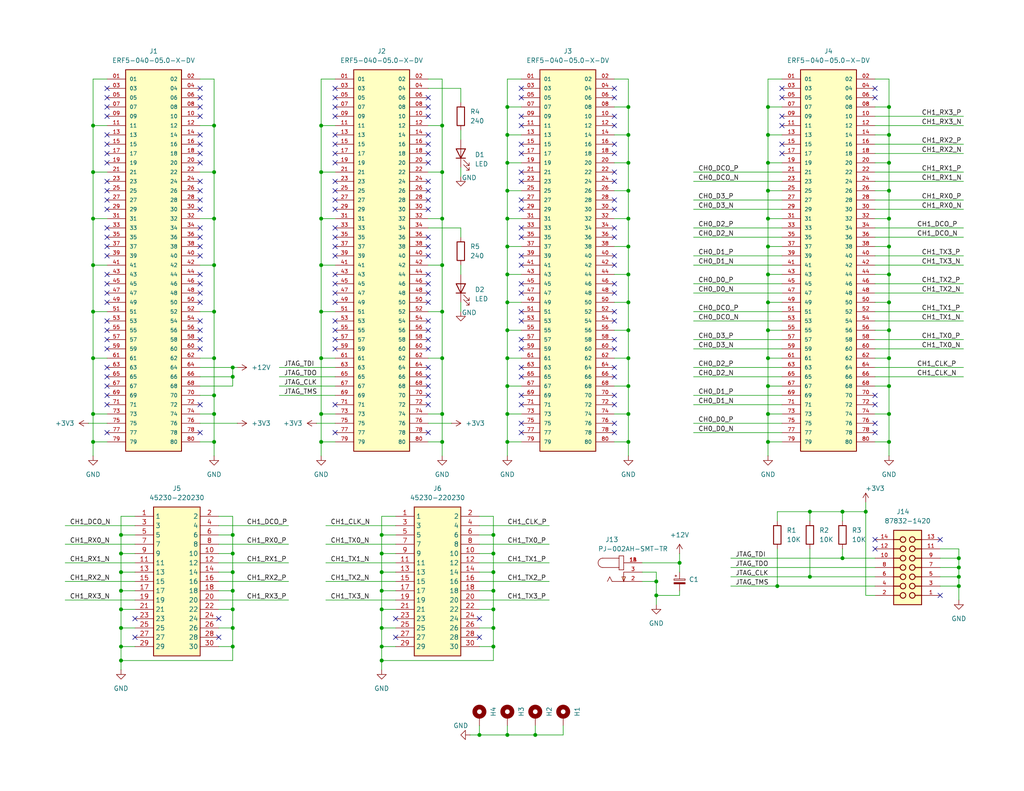
<source format=kicad_sch>
(kicad_sch (version 20231120) (generator "eeschema") (generator_version "8.0")
  (paper "A")
  (title_block (title "Custom Carrier") (date "2024-03-15") (rev "A-1"))
  (junction (at 58.42 113.03))
  (junction (at 58.42 59.69))
  (junction (at 120.65 97.79))
  (junction (at 138.43 67.31))
  (junction (at 104.14 161.29))
  (junction (at 120.65 72.39))
  (junction (at 120.65 113.03))
  (junction (at 25.4 46.99))
  (junction (at 104.14 171.45))
  (junction (at 33.02 146.05))
  (junction (at 104.14 166.37))
  (junction (at 58.42 85.09))
  (junction (at 220.98 157.48))
  (junction (at 33.02 180.34))
  (junction (at 209.55 67.31))
  (junction (at 242.57 97.79))
  (junction (at 58.42 72.39))
  (junction (at 242.57 52.07))
  (junction (at 171.45 90.17))
  (junction (at 25.4 97.79))
  (junction (at 25.4 120.65))
  (junction (at 58.42 46.99))
  (junction (at 242.57 74.93))
  (junction (at 171.45 59.69))
  (junction (at 87.63 113.03))
  (junction (at 242.57 44.45))
  (junction (at 171.45 29.21))
  (junction (at 134.62 166.37))
  (junction (at 212.09 160.02))
  (junction (at 58.42 34.29))
  (junction (at 261.62 152.4))
  (junction (at 120.65 59.69))
  (junction (at 63.5 156.21))
  (junction (at 138.43 82.55))
  (junction (at 87.63 46.99))
  (junction (at 104.14 176.53))
  (junction (at 209.55 52.07))
  (junction (at 63.5 171.45))
  (junction (at 242.57 82.55))
  (junction (at 209.55 120.65))
  (junction (at 242.57 36.83))
  (junction (at 33.02 156.21))
  (junction (at 261.62 154.94))
  (junction (at 63.5 161.29))
  (junction (at 171.45 82.55))
  (junction (at 209.55 59.69))
  (junction (at 33.02 151.13))
  (junction (at 120.65 46.99))
  (junction (at 171.45 67.31))
  (junction (at 58.42 97.79))
  (junction (at 25.4 85.09))
  (junction (at 130.81 200.66))
  (junction (at 171.45 74.93))
  (junction (at 171.45 105.41))
  (junction (at 104.14 180.34))
  (junction (at 261.62 157.48))
  (junction (at 120.65 85.09))
  (junction (at 229.87 152.4))
  (junction (at 33.02 171.45))
  (junction (at 87.63 34.29))
  (junction (at 33.02 161.29))
  (junction (at 171.45 44.45))
  (junction (at 63.5 146.05))
  (junction (at 242.57 67.31))
  (junction (at 171.45 52.07))
  (junction (at 104.14 156.21))
  (junction (at 25.4 72.39))
  (junction (at 209.55 36.83))
  (junction (at 63.5 102.87))
  (junction (at 242.57 120.65))
  (junction (at 63.5 166.37))
  (junction (at 138.43 29.21))
  (junction (at 138.43 97.79))
  (junction (at 138.43 105.41))
  (junction (at 104.14 151.13))
  (junction (at 242.57 59.69))
  (junction (at 261.62 160.02))
  (junction (at 209.55 44.45))
  (junction (at 25.4 34.29))
  (junction (at 138.43 90.17))
  (junction (at 209.55 82.55))
  (junction (at 63.5 100.33))
  (junction (at 209.55 113.03))
  (junction (at 146.05 200.66))
  (junction (at 104.14 146.05))
  (junction (at 25.4 59.69))
  (junction (at 134.62 146.05))
  (junction (at 171.45 36.83))
  (junction (at 179.07 158.75))
  (junction (at 120.65 34.29))
  (junction (at 171.45 120.65))
  (junction (at 63.5 176.53))
  (junction (at 138.43 44.45))
  (junction (at 138.43 74.93))
  (junction (at 25.4 113.03))
  (junction (at 209.55 105.41))
  (junction (at 134.62 176.53))
  (junction (at 33.02 166.37))
  (junction (at 236.22 139.7))
  (junction (at 229.87 139.7))
  (junction (at 58.42 107.95))
  (junction (at 209.55 29.21))
  (junction (at 58.42 120.65))
  (junction (at 242.57 29.21))
  (junction (at 209.55 90.17))
  (junction (at 171.45 113.03))
  (junction (at 171.45 97.79))
  (junction (at 138.43 52.07))
  (junction (at 134.62 156.21))
  (junction (at 220.98 139.7))
  (junction (at 242.57 90.17))
  (junction (at 33.02 176.53))
  (junction (at 138.43 59.69))
  (junction (at 134.62 171.45))
  (junction (at 138.43 36.83))
  (junction (at 185.42 153.67))
  (junction (at 134.62 161.29))
  (junction (at 209.55 74.93))
  (junction (at 134.62 151.13))
  (junction (at 87.63 120.65))
  (junction (at 242.57 113.03))
  (junction (at 87.63 85.09))
  (junction (at 87.63 97.79))
  (junction (at 63.5 151.13))
  (junction (at 138.43 113.03))
  (junction (at 138.43 120.65))
  (junction (at 138.43 200.66))
  (junction (at 87.63 72.39))
  (junction (at 179.07 162.56))
  (junction (at 120.65 120.65))
  (junction (at 209.55 97.79))
  (junction (at 242.57 105.41))
  (junction (at 87.63 59.69))
  (no_connect (at 167.64 26.67))
  (no_connect (at 29.21 100.33))
  (no_connect (at 29.21 102.87))
  (no_connect (at 91.44 118.11))
  (no_connect (at 256.54 147.32))
  (no_connect (at 167.64 107.95))
  (no_connect (at 116.84 87.63))
  (no_connect (at 91.44 64.77))
  (no_connect (at 167.64 95.25))
  (no_connect (at 142.24 41.91))
  (no_connect (at 167.64 46.99))
  (no_connect (at 54.61 41.91))
  (no_connect (at 54.61 49.53))
  (no_connect (at 167.64 54.61))
  (no_connect (at 29.21 105.41))
  (no_connect (at 238.76 26.67))
  (no_connect (at 54.61 118.11))
  (no_connect (at 142.24 54.61))
  (no_connect (at 116.84 29.21))
  (no_connect (at 142.24 69.85))
  (no_connect (at 213.36 31.75))
  (no_connect (at 142.24 26.67))
  (no_connect (at 116.84 64.77))
  (no_connect (at 29.21 118.11))
  (no_connect (at 29.21 41.91))
  (no_connect (at 54.61 82.55))
  (no_connect (at 29.21 87.63))
  (no_connect (at 167.64 102.87))
  (no_connect (at 167.64 118.11))
  (no_connect (at 142.24 87.63))
  (no_connect (at 116.84 82.55))
  (no_connect (at 54.61 92.71))
  (no_connect (at 213.36 26.67))
  (no_connect (at 238.76 24.13))
  (no_connect (at 167.64 115.57))
  (no_connect (at 54.61 90.17))
  (no_connect (at 91.44 36.83))
  (no_connect (at 167.64 24.13))
  (no_connect (at 238.76 149.86))
  (no_connect (at 91.44 77.47))
  (no_connect (at 54.61 77.47))
  (no_connect (at 54.61 26.67))
  (no_connect (at 29.21 44.45))
  (no_connect (at 116.84 69.85))
  (no_connect (at 54.61 24.13))
  (no_connect (at 29.21 69.85))
  (no_connect (at 29.21 54.61))
  (no_connect (at 91.44 57.15))
  (no_connect (at 91.44 82.55))
  (no_connect (at 91.44 31.75))
  (no_connect (at 167.64 72.39))
  (no_connect (at 167.64 110.49))
  (no_connect (at 116.84 107.95))
  (no_connect (at 116.84 110.49))
  (no_connect (at 167.64 85.09))
  (no_connect (at 116.84 67.31))
  (no_connect (at 116.84 92.71))
  (no_connect (at 54.61 74.93))
  (no_connect (at 29.21 74.93))
  (no_connect (at 116.84 118.11))
  (no_connect (at 91.44 62.23))
  (no_connect (at 29.21 95.25))
  (no_connect (at 130.81 173.99))
  (no_connect (at 116.84 95.25))
  (no_connect (at 116.84 49.53))
  (no_connect (at 213.36 41.91))
  (no_connect (at 54.61 54.61))
  (no_connect (at 29.21 31.75))
  (no_connect (at 167.64 57.15))
  (no_connect (at 167.64 34.29))
  (no_connect (at 59.69 168.91))
  (no_connect (at 142.24 77.47))
  (no_connect (at 238.76 115.57))
  (no_connect (at 142.24 95.25))
  (no_connect (at 238.76 118.11))
  (no_connect (at 91.44 41.91))
  (no_connect (at 142.24 102.87))
  (no_connect (at 54.61 36.83))
  (no_connect (at 54.61 67.31))
  (no_connect (at 29.21 110.49))
  (no_connect (at 29.21 67.31))
  (no_connect (at 213.36 39.37))
  (no_connect (at 142.24 34.29))
  (no_connect (at 91.44 95.25))
  (no_connect (at 256.54 162.56))
  (no_connect (at 107.95 173.99))
  (no_connect (at 142.24 64.77))
  (no_connect (at 91.44 49.53))
  (no_connect (at 91.44 90.17))
  (no_connect (at 91.44 74.93))
  (no_connect (at 54.61 29.21))
  (no_connect (at 54.61 69.85))
  (no_connect (at 142.24 62.23))
  (no_connect (at 91.44 54.61))
  (no_connect (at 36.83 173.99))
  (no_connect (at 54.61 39.37))
  (no_connect (at 91.44 80.01))
  (no_connect (at 91.44 52.07))
  (no_connect (at 130.81 168.91))
  (no_connect (at 142.24 57.15))
  (no_connect (at 167.64 64.77))
  (no_connect (at 167.64 49.53))
  (no_connect (at 54.61 95.25))
  (no_connect (at 167.64 69.85))
  (no_connect (at 29.21 62.23))
  (no_connect (at 91.44 39.37))
  (no_connect (at 29.21 107.95))
  (no_connect (at 116.84 100.33))
  (no_connect (at 107.95 168.91))
  (no_connect (at 116.84 44.45))
  (no_connect (at 29.21 80.01))
  (no_connect (at 29.21 26.67))
  (no_connect (at 29.21 52.07))
  (no_connect (at 167.64 87.63))
  (no_connect (at 29.21 92.71))
  (no_connect (at 142.24 118.11))
  (no_connect (at 54.61 31.75))
  (no_connect (at 167.64 41.91))
  (no_connect (at 167.64 77.47))
  (no_connect (at 116.84 57.15))
  (no_connect (at 29.21 64.77))
  (no_connect (at 29.21 82.55))
  (no_connect (at 116.84 102.87))
  (no_connect (at 167.64 62.23))
  (no_connect (at 142.24 115.57))
  (no_connect (at 116.84 105.41))
  (no_connect (at 167.64 92.71))
  (no_connect (at 116.84 80.01))
  (no_connect (at 167.64 39.37))
  (no_connect (at 116.84 52.07))
  (no_connect (at 167.64 80.01))
  (no_connect (at 213.36 34.29))
  (no_connect (at 91.44 44.45))
  (no_connect (at 142.24 72.39))
  (no_connect (at 54.61 110.49))
  (no_connect (at 54.61 64.77))
  (no_connect (at 142.24 46.99))
  (no_connect (at 238.76 147.32))
  (no_connect (at 29.21 24.13))
  (no_connect (at 142.24 24.13))
  (no_connect (at 29.21 36.83))
  (no_connect (at 142.24 31.75))
  (no_connect (at 29.21 49.53))
  (no_connect (at 91.44 67.31))
  (no_connect (at 142.24 100.33))
  (no_connect (at 91.44 24.13))
  (no_connect (at 54.61 62.23))
  (no_connect (at 238.76 107.95))
  (no_connect (at 29.21 77.47))
  (no_connect (at 54.61 57.15))
  (no_connect (at 116.84 31.75))
  (no_connect (at 91.44 92.71))
  (no_connect (at 116.84 54.61))
  (no_connect (at 116.84 39.37))
  (no_connect (at 116.84 77.47))
  (no_connect (at 54.61 44.45))
  (no_connect (at 91.44 69.85))
  (no_connect (at 91.44 110.49))
  (no_connect (at 36.83 168.91))
  (no_connect (at 116.84 26.67))
  (no_connect (at 54.61 52.07))
  (no_connect (at 116.84 41.91))
  (no_connect (at 142.24 107.95))
  (no_connect (at 91.44 26.67))
  (no_connect (at 116.84 74.93))
  (no_connect (at 142.24 92.71))
  (no_connect (at 167.64 31.75))
  (no_connect (at 142.24 110.49))
  (no_connect (at 91.44 29.21))
  (no_connect (at 142.24 80.01))
  (no_connect (at 29.21 90.17))
  (no_connect (at 142.24 49.53))
  (no_connect (at 142.24 39.37))
  (no_connect (at 29.21 57.15))
  (no_connect (at 59.69 173.99))
  (no_connect (at 142.24 85.09))
  (no_connect (at 29.21 39.37))
  (no_connect (at 29.21 29.21))
  (no_connect (at 116.84 36.83))
  (no_connect (at 91.44 87.63))
  (no_connect (at 238.76 110.49))
  (no_connect (at 54.61 80.01))
  (no_connect (at 213.36 24.13))
  (no_connect (at 167.64 100.33))
  (no_connect (at 116.84 90.17))
  (no_connect (at 54.61 87.63))
  (wire (pts (xy 120.65 97.79) (xy 120.65 85.09)))
  (wire (pts (xy 63.5 180.34) (xy 63.5 176.53)))
  (wire (pts (xy 134.62 176.53) (xy 134.62 171.45)))
  (wire (pts (xy 134.62 180.34) (xy 134.62 176.53)))
  (wire (pts (xy 229.87 142.24) (xy 229.87 139.7)))
  (wire (pts (xy 59.69 151.13) (xy 63.5 151.13)))
  (wire (pts (xy 167.64 97.79) (xy 171.45 97.79)))
  (wire (pts (xy 209.55 82.55) (xy 209.55 90.17)))
  (wire (pts (xy 116.84 120.65) (xy 120.65 120.65)))
  (wire (pts (xy 87.63 120.65) (xy 91.44 120.65)))
  (wire (pts (xy 63.5 140.97) (xy 59.69 140.97)))
  (wire (pts (xy 171.45 105.41) (xy 171.45 113.03)))
  (wire (pts (xy 138.43 97.79) (xy 138.43 105.41)))
  (wire (pts (xy 59.69 176.53) (xy 63.5 176.53)))
  (wire (pts (xy 130.81 156.21) (xy 134.62 156.21)))
  (wire (pts (xy 17.78 148.59) (xy 36.83 148.59)))
  (wire (pts (xy 242.57 29.21) (xy 242.57 36.83)))
  (wire (pts (xy 58.42 97.79) (xy 58.42 85.09)))
  (wire (pts (xy 88.9 143.51) (xy 107.95 143.51)))
  (wire (pts (xy 171.45 120.65) (xy 167.64 120.65)))
  (wire (pts (xy 116.84 59.69) (xy 120.65 59.69)))
  (wire (pts (xy 142.24 74.93) (xy 138.43 74.93)))
  (wire (pts (xy 138.43 59.69) (xy 138.43 67.31)))
  (wire (pts (xy 104.14 180.34) (xy 134.62 180.34)))
  (wire (pts (xy 238.76 44.45) (xy 242.57 44.45)))
  (wire (pts (xy 104.14 146.05) (xy 104.14 151.13)))
  (wire (pts (xy 261.62 149.86) (xy 256.54 149.86)))
  (wire (pts (xy 58.42 113.03) (xy 58.42 107.95)))
  (wire (pts (xy 142.24 21.59) (xy 138.43 21.59)))
  (wire (pts (xy 33.02 151.13) (xy 36.83 151.13)))
  (wire (pts (xy 242.57 105.41) (xy 242.57 113.03)))
  (wire (pts (xy 220.98 139.7) (xy 220.98 142.24)))
  (wire (pts (xy 58.42 107.95) (xy 58.42 97.79)))
  (wire (pts (xy 179.07 158.75) (xy 179.07 156.21)))
  (wire (pts (xy 33.02 176.53) (xy 33.02 180.34)))
  (wire (pts (xy 142.24 82.55) (xy 138.43 82.55)))
  (wire (pts (xy 171.45 90.17) (xy 171.45 97.79)))
  (wire (pts (xy 138.43 21.59) (xy 138.43 29.21)))
  (wire (pts (xy 138.43 52.07) (xy 138.43 59.69)))
  (wire (pts (xy 125.73 82.55) (xy 125.73 85.09)))
  (wire (pts (xy 213.36 52.07) (xy 209.55 52.07)))
  (wire (pts (xy 138.43 124.46) (xy 138.43 120.65)))
  (wire (pts (xy 134.62 156.21) (xy 134.62 151.13)))
  (wire (pts (xy 33.02 161.29) (xy 33.02 166.37)))
  (wire (pts (xy 120.65 85.09) (xy 120.65 72.39)))
  (wire (pts (xy 189.23 77.47) (xy 213.36 77.47)))
  (wire (pts (xy 229.87 152.4) (xy 238.76 152.4)))
  (wire (pts (xy 238.76 36.83) (xy 242.57 36.83)))
  (wire (pts (xy 153.67 200.66) (xy 153.67 198.12)))
  (wire (pts (xy 63.5 161.29) (xy 63.5 156.21)))
  (wire (pts (xy 130.81 166.37) (xy 134.62 166.37)))
  (wire (pts (xy 86.36 115.57) (xy 91.44 115.57)))
  (wire (pts (xy 134.62 166.37) (xy 134.62 161.29)))
  (wire (pts (xy 213.36 21.59) (xy 209.55 21.59)))
  (wire (pts (xy 236.22 137.16) (xy 236.22 139.7)))
  (wire (pts (xy 138.43 74.93) (xy 138.43 82.55)))
  (wire (pts (xy 242.57 90.17) (xy 242.57 97.79)))
  (wire (pts (xy 116.84 97.79) (xy 120.65 97.79)))
  (wire (pts (xy 212.09 139.7) (xy 212.09 142.24)))
  (wire (pts (xy 138.43 44.45) (xy 138.43 52.07)))
  (wire (pts (xy 125.73 24.13) (xy 116.84 24.13)))
  (wire (pts (xy 76.2 105.41) (xy 91.44 105.41)))
  (wire (pts (xy 54.61 46.99) (xy 58.42 46.99)))
  (wire (pts (xy 167.64 21.59) (xy 171.45 21.59)))
  (wire (pts (xy 25.4 46.99) (xy 25.4 59.69)))
  (wire (pts (xy 238.76 95.25) (xy 262.89 95.25)))
  (wire (pts (xy 59.69 158.75) (xy 78.74 158.75)))
  (wire (pts (xy 171.45 59.69) (xy 171.45 67.31)))
  (wire (pts (xy 238.76 67.31) (xy 242.57 67.31)))
  (wire (pts (xy 33.02 140.97) (xy 33.02 146.05)))
  (wire (pts (xy 58.42 120.65) (xy 58.42 113.03)))
  (wire (pts (xy 54.61 115.57) (xy 64.77 115.57)))
  (wire (pts (xy 189.23 107.95) (xy 213.36 107.95)))
  (wire (pts (xy 209.55 105.41) (xy 209.55 113.03)))
  (wire (pts (xy 130.81 163.83) (xy 149.86 163.83)))
  (wire (pts (xy 189.23 110.49) (xy 213.36 110.49)))
  (wire (pts (xy 130.81 153.67) (xy 149.86 153.67)))
  (wire (pts (xy 125.73 27.94) (xy 125.73 24.13)))
  (wire (pts (xy 130.81 176.53) (xy 134.62 176.53)))
  (wire (pts (xy 209.55 124.46) (xy 209.55 120.65)))
  (wire (pts (xy 142.24 59.69) (xy 138.43 59.69)))
  (wire (pts (xy 91.44 113.03) (xy 87.63 113.03)))
  (wire (pts (xy 25.4 124.46) (xy 25.4 120.65)))
  (wire (pts (xy 33.02 156.21) (xy 36.83 156.21)))
  (wire (pts (xy 213.36 29.21) (xy 209.55 29.21)))
  (wire (pts (xy 209.55 120.65) (xy 213.36 120.65)))
  (wire (pts (xy 33.02 146.05) (xy 33.02 151.13)))
  (wire (pts (xy 142.24 67.31) (xy 138.43 67.31)))
  (wire (pts (xy 209.55 67.31) (xy 209.55 74.93)))
  (wire (pts (xy 189.23 80.01) (xy 213.36 80.01)))
  (wire (pts (xy 130.81 148.59) (xy 149.86 148.59)))
  (wire (pts (xy 238.76 74.93) (xy 242.57 74.93)))
  (wire (pts (xy 209.55 21.59) (xy 209.55 29.21)))
  (wire (pts (xy 87.63 21.59) (xy 87.63 34.29)))
  (wire (pts (xy 242.57 120.65) (xy 238.76 120.65)))
  (wire (pts (xy 189.23 72.39) (xy 213.36 72.39)))
  (wire (pts (xy 238.76 100.33) (xy 262.89 100.33)))
  (wire (pts (xy 238.76 105.41) (xy 242.57 105.41)))
  (wire (pts (xy 130.81 200.66) (xy 138.43 200.66)))
  (wire (pts (xy 25.4 97.79) (xy 29.21 97.79)))
  (wire (pts (xy 25.4 85.09) (xy 25.4 97.79)))
  (wire (pts (xy 138.43 29.21) (xy 138.43 36.83)))
  (wire (pts (xy 104.14 166.37) (xy 104.14 171.45)))
  (wire (pts (xy 185.42 161.29) (xy 185.42 162.56)))
  (wire (pts (xy 213.36 67.31) (xy 209.55 67.31)))
  (wire (pts (xy 238.76 82.55) (xy 242.57 82.55)))
  (wire (pts (xy 87.63 34.29) (xy 87.63 46.99)))
  (wire (pts (xy 261.62 152.4) (xy 261.62 149.86)))
  (wire (pts (xy 212.09 160.02) (xy 238.76 160.02)))
  (wire (pts (xy 199.39 152.4) (xy 229.87 152.4)))
  (wire (pts (xy 33.02 161.29) (xy 36.83 161.29)))
  (wire (pts (xy 238.76 97.79) (xy 242.57 97.79)))
  (wire (pts (xy 116.84 85.09) (xy 120.65 85.09)))
  (wire (pts (xy 25.4 72.39) (xy 29.21 72.39)))
  (wire (pts (xy 59.69 153.67) (xy 78.74 153.67)))
  (wire (pts (xy 120.65 34.29) (xy 120.65 21.59)))
  (wire (pts (xy 54.61 120.65) (xy 58.42 120.65)))
  (wire (pts (xy 104.14 171.45) (xy 104.14 176.53)))
  (wire (pts (xy 209.55 105.41) (xy 213.36 105.41)))
  (wire (pts (xy 238.76 21.59) (xy 242.57 21.59)))
  (wire (pts (xy 238.76 64.77) (xy 262.89 64.77)))
  (wire (pts (xy 261.62 160.02) (xy 261.62 163.83)))
  (wire (pts (xy 33.02 156.21) (xy 33.02 161.29)))
  (wire (pts (xy 212.09 149.86) (xy 212.09 160.02)))
  (wire (pts (xy 179.07 158.75) (xy 179.07 162.56)))
  (wire (pts (xy 185.42 153.67) (xy 185.42 151.13)))
  (wire (pts (xy 87.63 46.99) (xy 91.44 46.99)))
  (wire (pts (xy 189.23 85.09) (xy 213.36 85.09)))
  (wire (pts (xy 104.14 151.13) (xy 107.95 151.13)))
  (wire (pts (xy 25.4 59.69) (xy 29.21 59.69)))
  (wire (pts (xy 58.42 72.39) (xy 58.42 59.69)))
  (wire (pts (xy 104.14 151.13) (xy 104.14 156.21)))
  (wire (pts (xy 120.65 113.03) (xy 120.65 120.65)))
  (wire (pts (xy 142.24 113.03) (xy 138.43 113.03)))
  (wire (pts (xy 25.4 72.39) (xy 25.4 85.09)))
  (wire (pts (xy 104.14 161.29) (xy 107.95 161.29)))
  (wire (pts (xy 256.54 160.02) (xy 261.62 160.02)))
  (wire (pts (xy 59.69 166.37) (xy 63.5 166.37)))
  (wire (pts (xy 238.76 54.61) (xy 262.89 54.61)))
  (wire (pts (xy 125.73 72.39) (xy 125.73 74.93)))
  (wire (pts (xy 171.45 67.31) (xy 171.45 74.93)))
  (wire (pts (xy 88.9 158.75) (xy 107.95 158.75)))
  (wire (pts (xy 25.4 59.69) (xy 25.4 72.39)))
  (wire (pts (xy 130.81 171.45) (xy 134.62 171.45)))
  (wire (pts (xy 189.23 46.99) (xy 213.36 46.99)))
  (wire (pts (xy 33.02 166.37) (xy 33.02 171.45)))
  (wire (pts (xy 238.76 31.75) (xy 262.89 31.75)))
  (wire (pts (xy 213.36 90.17) (xy 209.55 90.17)))
  (wire (pts (xy 63.5 151.13) (xy 63.5 146.05)))
  (wire (pts (xy 171.45 52.07) (xy 171.45 59.69)))
  (wire (pts (xy 238.76 92.71) (xy 262.89 92.71)))
  (wire (pts (xy 167.64 29.21) (xy 171.45 29.21)))
  (wire (pts (xy 134.62 151.13) (xy 134.62 146.05)))
  (wire (pts (xy 238.76 113.03) (xy 242.57 113.03)))
  (wire (pts (xy 256.54 152.4) (xy 261.62 152.4)))
  (wire (pts (xy 63.5 171.45) (xy 63.5 166.37)))
  (wire (pts (xy 25.4 97.79) (xy 25.4 113.03)))
  (wire (pts (xy 104.14 176.53) (xy 104.14 180.34)))
  (wire (pts (xy 130.81 151.13) (xy 134.62 151.13)))
  (wire (pts (xy 130.81 140.97) (xy 134.62 140.97)))
  (wire (pts (xy 238.76 49.53) (xy 262.89 49.53)))
  (wire (pts (xy 63.5 105.41) (xy 63.5 102.87)))
  (wire (pts (xy 213.36 82.55) (xy 209.55 82.55)))
  (wire (pts (xy 104.14 176.53) (xy 107.95 176.53)))
  (wire (pts (xy 125.73 62.23) (xy 116.84 62.23)))
  (wire (pts (xy 238.76 59.69) (xy 242.57 59.69)))
  (wire (pts (xy 25.4 46.99) (xy 29.21 46.99)))
  (wire (pts (xy 138.43 105.41) (xy 138.43 113.03)))
  (wire (pts (xy 199.39 157.48) (xy 220.98 157.48)))
  (wire (pts (xy 120.65 120.65) (xy 120.65 124.46)))
  (wire (pts (xy 63.5 100.33) (xy 64.77 100.33)))
  (wire (pts (xy 107.95 140.97) (xy 104.14 140.97)))
  (wire (pts (xy 261.62 160.02) (xy 261.62 157.48)))
  (wire (pts (xy 185.42 162.56) (xy 179.07 162.56)))
  (wire (pts (xy 25.4 21.59) (xy 25.4 34.29)))
  (wire (pts (xy 76.2 100.33) (xy 91.44 100.33)))
  (wire (pts (xy 63.5 166.37) (xy 63.5 161.29)))
  (wire (pts (xy 104.14 156.21) (xy 107.95 156.21)))
  (wire (pts (xy 87.63 85.09) (xy 87.63 97.79)))
  (wire (pts (xy 261.62 154.94) (xy 261.62 152.4)))
  (wire (pts (xy 209.55 90.17) (xy 209.55 97.79)))
  (wire (pts (xy 238.76 46.99) (xy 262.89 46.99)))
  (wire (pts (xy 189.23 64.77) (xy 213.36 64.77)))
  (wire (pts (xy 220.98 157.48) (xy 238.76 157.48)))
  (wire (pts (xy 104.14 171.45) (xy 107.95 171.45)))
  (wire (pts (xy 261.62 157.48) (xy 261.62 154.94)))
  (wire (pts (xy 238.76 41.91) (xy 262.89 41.91)))
  (wire (pts (xy 54.61 113.03) (xy 58.42 113.03)))
  (wire (pts (xy 167.64 67.31) (xy 171.45 67.31)))
  (wire (pts (xy 138.43 113.03) (xy 138.43 120.65)))
  (wire (pts (xy 185.42 153.67) (xy 185.42 156.21)))
  (wire (pts (xy 54.61 85.09) (xy 58.42 85.09)))
  (wire (pts (xy 167.64 44.45) (xy 171.45 44.45)))
  (wire (pts (xy 134.62 171.45) (xy 134.62 166.37)))
  (wire (pts (xy 209.55 44.45) (xy 209.55 52.07)))
  (wire (pts (xy 120.65 59.69) (xy 120.65 46.99)))
  (wire (pts (xy 189.23 54.61) (xy 213.36 54.61)))
  (wire (pts (xy 116.84 115.57) (xy 123.19 115.57)))
  (wire (pts (xy 142.24 29.21) (xy 138.43 29.21)))
  (wire (pts (xy 242.57 59.69) (xy 242.57 67.31)))
  (wire (pts (xy 87.63 46.99) (xy 87.63 59.69)))
  (wire (pts (xy 256.54 157.48) (xy 261.62 157.48)))
  (wire (pts (xy 238.76 57.15) (xy 262.89 57.15)))
  (wire (pts (xy 236.22 162.56) (xy 238.76 162.56)))
  (wire (pts (xy 138.43 36.83) (xy 138.43 44.45)))
  (wire (pts (xy 242.57 52.07) (xy 242.57 59.69)))
  (wire (pts (xy 238.76 85.09) (xy 262.89 85.09)))
  (wire (pts (xy 33.02 146.05) (xy 36.83 146.05)))
  (wire (pts (xy 167.64 113.03) (xy 171.45 113.03)))
  (wire (pts (xy 87.63 97.79) (xy 87.63 113.03)))
  (wire (pts (xy 242.57 97.79) (xy 242.57 105.41)))
  (wire (pts (xy 25.4 113.03) (xy 25.4 120.65)))
  (wire (pts (xy 87.63 72.39) (xy 91.44 72.39)))
  (wire (pts (xy 189.23 92.71) (xy 213.36 92.71)))
  (wire (pts (xy 213.36 44.45) (xy 209.55 44.45)))
  (wire (pts (xy 54.61 102.87) (xy 63.5 102.87)))
  (wire (pts (xy 104.14 146.05) (xy 107.95 146.05)))
  (wire (pts (xy 76.2 107.95) (xy 91.44 107.95)))
  (wire (pts (xy 256.54 154.94) (xy 261.62 154.94)))
  (wire (pts (xy 142.24 44.45) (xy 138.43 44.45)))
  (wire (pts (xy 33.02 171.45) (xy 36.83 171.45)))
  (wire (pts (xy 213.36 36.83) (xy 209.55 36.83)))
  (wire (pts (xy 130.81 158.75) (xy 149.86 158.75)))
  (wire (pts (xy 36.83 140.97) (xy 33.02 140.97)))
  (wire (pts (xy 33.02 176.53) (xy 36.83 176.53)))
  (wire (pts (xy 120.65 97.79) (xy 120.65 113.03)))
  (wire (pts (xy 238.76 62.23) (xy 262.89 62.23)))
  (wire (pts (xy 87.63 72.39) (xy 87.63 85.09)))
  (wire (pts (xy 54.61 59.69) (xy 58.42 59.69)))
  (wire (pts (xy 238.76 29.21) (xy 242.57 29.21)))
  (wire (pts (xy 91.44 97.79) (xy 87.63 97.79)))
  (wire (pts (xy 138.43 198.12) (xy 138.43 200.66)))
  (wire (pts (xy 33.02 171.45) (xy 33.02 176.53)))
  (wire (pts (xy 130.81 161.29) (xy 134.62 161.29)))
  (wire (pts (xy 199.39 160.02) (xy 212.09 160.02)))
  (wire (pts (xy 33.02 180.34) (xy 33.02 182.88)))
  (wire (pts (xy 213.36 97.79) (xy 209.55 97.79)))
  (wire (pts (xy 130.81 198.12) (xy 130.81 200.66)))
  (wire (pts (xy 212.09 139.7) (xy 220.98 139.7)))
  (wire (pts (xy 209.55 52.07) (xy 209.55 59.69)))
  (wire (pts (xy 54.61 100.33) (xy 63.5 100.33)))
  (wire (pts (xy 54.61 105.41) (xy 63.5 105.41)))
  (wire (pts (xy 238.76 87.63) (xy 262.89 87.63)))
  (wire (pts (xy 238.76 39.37) (xy 262.89 39.37)))
  (wire (pts (xy 104.14 166.37) (xy 107.95 166.37)))
  (wire (pts (xy 138.43 120.65) (xy 142.24 120.65)))
  (wire (pts (xy 76.2 102.87) (xy 91.44 102.87)))
  (wire (pts (xy 242.57 74.93) (xy 242.57 82.55)))
  (wire (pts (xy 189.23 118.11) (xy 213.36 118.11)))
  (wire (pts (xy 142.24 36.83) (xy 138.43 36.83)))
  (wire (pts (xy 33.02 166.37) (xy 36.83 166.37)))
  (wire (pts (xy 167.64 105.41) (xy 171.45 105.41)))
  (wire (pts (xy 242.57 67.31) (xy 242.57 74.93)))
  (wire (pts (xy 63.5 176.53) (xy 63.5 171.45)))
  (wire (pts (xy 179.07 156.21) (xy 175.26 156.21)))
  (wire (pts (xy 189.23 49.53) (xy 213.36 49.53)))
  (wire (pts (xy 25.4 85.09) (xy 29.21 85.09)))
  (wire (pts (xy 25.4 120.65) (xy 29.21 120.65)))
  (wire (pts (xy 171.45 44.45) (xy 171.45 52.07)))
  (wire (pts (xy 87.63 34.29) (xy 91.44 34.29)))
  (wire (pts (xy 17.78 143.51) (xy 36.83 143.51)))
  (wire (pts (xy 130.81 143.51) (xy 149.86 143.51)))
  (wire (pts (xy 134.62 161.29) (xy 134.62 156.21)))
  (wire (pts (xy 138.43 90.17) (xy 138.43 97.79)))
  (wire (pts (xy 146.05 200.66) (xy 153.67 200.66)))
  (wire (pts (xy 59.69 163.83) (xy 78.74 163.83)))
  (wire (pts (xy 167.64 90.17) (xy 171.45 90.17)))
  (wire (pts (xy 238.76 34.29) (xy 262.89 34.29)))
  (wire (pts (xy 220.98 149.86) (xy 220.98 157.48)))
  (wire (pts (xy 171.45 113.03) (xy 171.45 120.65)))
  (wire (pts (xy 54.61 72.39) (xy 58.42 72.39)))
  (wire (pts (xy 199.39 154.94) (xy 238.76 154.94)))
  (wire (pts (xy 167.64 74.93) (xy 171.45 74.93)))
  (wire (pts (xy 116.84 34.29) (xy 120.65 34.29)))
  (wire (pts (xy 138.43 200.66) (xy 146.05 200.66)))
  (wire (pts (xy 238.76 52.07) (xy 242.57 52.07)))
  (wire (pts (xy 24.13 115.57) (xy 29.21 115.57)))
  (wire (pts (xy 209.55 29.21) (xy 209.55 36.83)))
  (wire (pts (xy 229.87 149.86) (xy 229.87 152.4)))
  (wire (pts (xy 63.5 102.87) (xy 63.5 100.33)))
  (wire (pts (xy 189.23 115.57) (xy 213.36 115.57)))
  (wire (pts (xy 209.55 113.03) (xy 209.55 120.65)))
  (wire (pts (xy 58.42 85.09) (xy 58.42 72.39)))
  (wire (pts (xy 138.43 67.31) (xy 138.43 74.93)))
  (wire (pts (xy 213.36 74.93) (xy 209.55 74.93)))
  (wire (pts (xy 209.55 36.83) (xy 209.55 44.45)))
  (wire (pts (xy 125.73 45.72) (xy 125.73 48.26)))
  (wire (pts (xy 236.22 139.7) (xy 236.22 162.56)))
  (wire (pts (xy 104.14 156.21) (xy 104.14 161.29)))
  (wire (pts (xy 167.64 52.07) (xy 171.45 52.07)))
  (wire (pts (xy 87.63 120.65) (xy 87.63 124.46)))
  (wire (pts (xy 29.21 21.59) (xy 25.4 21.59)))
  (wire (pts (xy 175.26 158.75) (xy 179.07 158.75)))
  (wire (pts (xy 116.84 113.03) (xy 120.65 113.03)))
  (wire (pts (xy 58.42 124.46) (xy 58.42 120.65)))
  (wire (pts (xy 87.63 113.03) (xy 87.63 120.65)))
  (wire (pts (xy 242.57 82.55) (xy 242.57 90.17)))
  (wire (pts (xy 171.45 124.46) (xy 171.45 120.65)))
  (wire (pts (xy 87.63 85.09) (xy 91.44 85.09)))
  (wire (pts (xy 63.5 156.21) (xy 63.5 151.13)))
  (wire (pts (xy 209.55 74.93) (xy 209.55 82.55)))
  (wire (pts (xy 242.57 124.46) (xy 242.57 120.65)))
  (wire (pts (xy 33.02 151.13) (xy 33.02 156.21)))
  (wire (pts (xy 238.76 72.39) (xy 262.89 72.39)))
  (wire (pts (xy 142.24 52.07) (xy 138.43 52.07)))
  (wire (pts (xy 189.23 87.63) (xy 213.36 87.63)))
  (wire (pts (xy 189.23 95.25) (xy 213.36 95.25)))
  (wire (pts (xy 167.64 59.69) (xy 171.45 59.69)))
  (wire (pts (xy 130.81 146.05) (xy 134.62 146.05)))
  (wire (pts (xy 179.07 162.56) (xy 179.07 165.1)))
  (wire (pts (xy 171.45 21.59) (xy 171.45 29.21)))
  (wire (pts (xy 120.65 46.99) (xy 120.65 34.29)))
  (wire (pts (xy 242.57 113.03) (xy 242.57 120.65)))
  (wire (pts (xy 17.78 158.75) (xy 36.83 158.75)))
  (wire (pts (xy 59.69 146.05) (xy 63.5 146.05)))
  (wire (pts (xy 104.14 161.29) (xy 104.14 166.37)))
  (wire (pts (xy 209.55 97.79) (xy 209.55 105.41)))
  (wire (pts (xy 59.69 161.29) (xy 63.5 161.29)))
  (wire (pts (xy 128.27 200.66) (xy 130.81 200.66)))
  (wire (pts (xy 25.4 34.29) (xy 25.4 46.99)))
  (wire (pts (xy 229.87 139.7) (xy 236.22 139.7)))
  (wire (pts (xy 189.23 69.85) (xy 213.36 69.85)))
  (wire (pts (xy 54.61 97.79) (xy 58.42 97.79)))
  (wire (pts (xy 134.62 146.05) (xy 134.62 140.97)))
  (wire (pts (xy 189.23 57.15) (xy 213.36 57.15)))
  (wire (pts (xy 238.76 69.85) (xy 262.89 69.85)))
  (wire (pts (xy 116.84 46.99) (xy 120.65 46.99)))
  (wire (pts (xy 116.84 72.39) (xy 120.65 72.39)))
  (wire (pts (xy 167.64 36.83) (xy 171.45 36.83)))
  (wire (pts (xy 59.69 148.59) (xy 78.74 148.59)))
  (wire (pts (xy 142.24 97.79) (xy 138.43 97.79)))
  (wire (pts (xy 17.78 163.83) (xy 36.83 163.83)))
  (wire (pts (xy 189.23 62.23) (xy 213.36 62.23)))
  (wire (pts (xy 189.23 100.33) (xy 213.36 100.33)))
  (wire (pts (xy 91.44 21.59) (xy 87.63 21.59)))
  (wire (pts (xy 58.42 21.59) (xy 54.61 21.59)))
  (wire (pts (xy 242.57 44.45) (xy 242.57 52.07)))
  (wire (pts (xy 104.14 180.34) (xy 104.14 182.88)))
  (wire (pts (xy 63.5 146.05) (xy 63.5 140.97)))
  (wire (pts (xy 167.64 82.55) (xy 171.45 82.55)))
  (wire (pts (xy 125.73 35.56) (xy 125.73 38.1)))
  (wire (pts (xy 17.78 153.67) (xy 36.83 153.67)))
  (wire (pts (xy 138.43 82.55) (xy 138.43 90.17)))
  (wire (pts (xy 88.9 148.59) (xy 107.95 148.59)))
  (wire (pts (xy 59.69 171.45) (xy 63.5 171.45)))
  (wire (pts (xy 213.36 113.03) (xy 209.55 113.03)))
  (wire (pts (xy 142.24 90.17) (xy 138.43 90.17)))
  (wire (pts (xy 238.76 102.87) (xy 262.89 102.87)))
  (wire (pts (xy 104.14 140.97) (xy 104.14 146.05)))
  (wire (pts (xy 29.21 113.03) (xy 25.4 113.03)))
  (wire (pts (xy 120.65 72.39) (xy 120.65 59.69)))
  (wire (pts (xy 238.76 90.17) (xy 242.57 90.17)))
  (wire (pts (xy 146.05 198.12) (xy 146.05 200.66)))
  (wire (pts (xy 125.73 64.77) (xy 125.73 62.23)))
  (wire (pts (xy 58.42 59.69) (xy 58.42 46.99)))
  (wire (pts (xy 242.57 21.59) (xy 242.57 29.21)))
  (wire (pts (xy 88.9 163.83) (xy 107.95 163.83)))
  (wire (pts (xy 171.45 97.79) (xy 171.45 105.41)))
  (wire (pts (xy 88.9 153.67) (xy 107.95 153.67)))
  (wire (pts (xy 171.45 82.55) (xy 171.45 90.17)))
  (wire (pts (xy 209.55 59.69) (xy 209.55 67.31)))
  (wire (pts (xy 175.26 153.67) (xy 185.42 153.67)))
  (wire (pts (xy 171.45 29.21) (xy 171.45 36.83)))
  (wire (pts (xy 58.42 34.29) (xy 58.42 21.59)))
  (wire (pts (xy 58.42 46.99) (xy 58.42 34.29)))
  (wire (pts (xy 54.61 107.95) (xy 58.42 107.95)))
  (wire (pts (xy 59.69 143.51) (xy 78.74 143.51)))
  (wire (pts (xy 33.02 180.34) (xy 63.5 180.34)))
  (wire (pts (xy 238.76 77.47) (xy 262.89 77.47)))
  (wire (pts (xy 220.98 139.7) (xy 229.87 139.7)))
  (wire (pts (xy 171.45 36.83) (xy 171.45 44.45)))
  (wire (pts (xy 242.57 36.83) (xy 242.57 44.45)))
  (wire (pts (xy 138.43 105.41) (xy 142.24 105.41)))
  (wire (pts (xy 238.76 80.01) (xy 262.89 80.01)))
  (wire (pts (xy 189.23 102.87) (xy 213.36 102.87)))
  (wire (pts (xy 120.65 21.59) (xy 116.84 21.59)))
  (wire (pts (xy 213.36 59.69) (xy 209.55 59.69)))
  (wire (pts (xy 59.69 156.21) (xy 63.5 156.21)))
  (wire (pts (xy 54.61 34.29) (xy 58.42 34.29)))
  (wire (pts (xy 87.63 59.69) (xy 87.63 72.39)))
  (wire (pts (xy 25.4 34.29) (xy 29.21 34.29)))
  (wire (pts (xy 171.45 74.93) (xy 171.45 82.55)))
  (wire (pts (xy 87.63 59.69) (xy 91.44 59.69)))
  (label "CH0_D1_P" (at 190.5 69.85 0))
  (label "CH0_D3_P" (at 190.5 54.61 0))
  (label "JTAG_TMS" (at 200.66 160.02 0))
  (label "CH1_TX3_N" (at 90.17 163.83 0))
  (label "CH1_TX1_N" (at 251.46 87.63 0))
  (label "CH1_RX0_P" (at 251.46 54.61 0))
  (label "CH1_TX1_P" (at 138.43 153.67 0))
  (label "CH1_RX0_P" (at 67.31 148.59 0))
  (label "CH1_CLK_N" (at 250.19 102.87 0))
  (label "CH1_RX1_N" (at 251.46 49.53 0))
  (label "CH1_RX2_P" (at 251.46 39.37 0))
  (label "CH1_TX1_P" (at 251.46 85.09 0))
  (label "CH1_TX3_P" (at 251.46 69.85 0))
  (label "CH1_RX0_N" (at 19.05 148.59 0))
  (label "CH0_D2_N" (at 190.5 102.87 0))
  (label "CH1_RX3_P" (at 67.31 163.83 0))
  (label "CH1_TX2_N" (at 90.17 158.75 0))
  (label "CH1_RX3_N" (at 19.05 163.83 0))
  (label "CH0_D3_N" (at 190.5 57.15 0))
  (label "CH0_D2_P" (at 190.5 100.33 0))
  (label "CH1_RX2_N" (at 251.46 41.91 0))
  (label "JTAG_TDO" (at 200.66 154.94 0))
  (label "CH0_D0_P" (at 190.5 77.47 0))
  (label "JTAG_CLK" (at 77.47 105.41 0))
  (label "CH0_D3_P" (at 190.5 92.71 0))
  (label "CH0_D1_N" (at 190.5 110.49 0))
  (label "JTAG_TDI" (at 200.66 152.4 0))
  (label "CH1_RX2_P" (at 67.31 158.75 0))
  (label "CH0_D1_P" (at 190.5 107.95 0))
  (label "CH1_RX1_P" (at 67.31 153.67 0))
  (label "CH1_RX1_P" (at 251.46 46.99 0))
  (label "CH0_D0_P" (at 190.5 115.57 0))
  (label "CH1_DCO_N" (at 250.19 64.77 0))
  (label "CH1_DCO_P" (at 250.19 62.23 0))
  (label "CH1_TX2_P" (at 251.46 77.47 0))
  (label "CH1_TX3_N" (at 251.46 72.39 0))
  (label "CH0_D0_N" (at 190.5 118.11 0))
  (label "CH0_DCO_N" (at 190.5 87.63 0))
  (label "CH1_TX0_N" (at 251.46 95.25 0))
  (label "CH1_TX1_N" (at 90.17 153.67 0))
  (label "CH0_DCO_N" (at 190.5 49.53 0))
  (label "CH1_RX3_P" (at 251.46 31.75 0))
  (label "CH1_TX0_P" (at 251.46 92.71 0))
  (label "JTAG_CLK" (at 200.66 157.48 0))
  (label "CH0_D2_N" (at 190.5 64.77 0))
  (label "CH1_CLK_P" (at 250.19 100.33 0))
  (label "JTAG_TMS" (at 77.47 107.95 0))
  (label "CH0_D0_N" (at 190.5 80.01 0))
  (label "CH1_TX0_P" (at 138.43 148.59 0))
  (label "CH1_RX0_N" (at 251.46 57.15 0))
  (label "CH1_RX3_N" (at 251.46 34.29 0))
  (label "JTAG_TDO" (at 77.47 102.87 0))
  (label "CH0_D2_P" (at 190.5 62.23 0))
  (label "CH1_TX3_P" (at 138.43 163.83 0))
  (label "CH1_TX2_P" (at 138.43 158.75 0))
  (label "CH0_DCO_P" (at 190.5 85.09 0))
  (label "CH1_TX0_N" (at 90.17 148.59 0))
  (label "JTAG_TDI" (at 77.47 100.33 0))
  (label "CH0_D1_N" (at 190.5 72.39 0))
  (label "CH0_D3_N" (at 190.5 95.25 0))
  (label "CH0_DCO_P" (at 190.5 46.99 0))
  (label "CH1_DCO_N" (at 19.05 143.51 0))
  (label "CH1_TX2_N" (at 251.46 80.01 0))
  (label "CH1_DCO_P" (at 67.31 143.51 0))
  (label "CH1_CLK_P" (at 138.43 143.51 0))
  (label "CH1_RX1_N" (at 19.05 153.67 0))
  (label "CH1_RX2_N" (at 19.05 158.75 0))
  (label "CH1_CLK_N" (at 90.17 143.51 0))
  (symbol (lib_id "pedrolib:PJ-002AH-SMT-TR") (at 170.18 156.21 0) (unit 1)
    (property "Reference" "J13" (at 166.9442 147.32 0))
    (property "Value" "PJ-002AH-SMT-TR" (at 172.72 149.86 0))
    (property "Footprint" "pedrolib:CUI_PJ-002AH-SMT-TR" (effects (hide yes)))
    (property "STANDARD" "Manufacturer recommendations" (effects (hide yes)))
    (property "MANUFACTURER" "CUI INC" (effects (hide yes)))
  )
  (symbol (lib_name "GND_4") (lib_id "power:GND") (at 138.43 124.46 0) (unit 1)
    (property "Reference" "#PWR016" (effects (hide yes)))
    (property "Value" "GND" (at 138.43 129.54 0))
    (property "Description" "Power symbol creates a global label with name \"GND\" , ground" (effects (hide yes)))
  )
  (symbol (lib_id "pedrolib:standoff_hole") (at 153.67 195.58 0) (unit 1)
    (property "Reference" "H1" (at 157.48 194.31 90))
    (property "Value" "standoff_hole" (effects (hide yes)))
    (property "Footprint" "MountingHole:MountingHole_2.2mm_M2_DIN965_Pad" (effects (hide yes)))
  )
  (symbol (lib_name "GND_2") (lib_id "power:GND") (at 87.63 124.46 0) (unit 1)
    (property "Reference" "#PWR017" (effects (hide yes)))
    (property "Value" "GND" (at 87.63 129.54 0))
    (property "Description" "Power symbol creates a global label with name \"GND\" , ground" (effects (hide yes)))
  )
  (symbol (lib_name "+3V3_2") (lib_id "power:+3V3") (at 64.77 115.57 270) (unit 1)
    (property "Reference" "#PWR010" (effects (hide yes)))
    (property "Value" "+3V3" (at 68.58 115.57 90) (effects (justify left)))
    (property "Description" "Power symbol creates a global label with name \"+3V3\"" (effects (hide yes)))
  )
  (symbol (lib_id "pedrolib:87832-1420") (at 246.38 154.94 180) (unit 1)
    (property "Reference" "J14" (at 246.38 139.7 0))
    (property "Value" "87832-1420" (at 247.65 142.24 0))
    (property "Footprint" "pedrolib:MOLEX_87832-1420" (effects (hide yes)))
    (property "MANUFACTURER" "MOLEX" (effects (hide yes)))
  )
  (symbol (lib_name "GND_3") (lib_id "power:GND") (at 58.42 124.46 0) (unit 1)
    (property "Reference" "#PWR06" (effects (hide yes)))
    (property "Value" "GND" (at 58.42 129.54 0))
    (property "Description" "Power symbol creates a global label with name \"GND\" , ground" (effects (hide yes)))
  )
  (symbol (lib_name "GND_5") (lib_id "power:GND") (at 171.45 124.46 0) (unit 1)
    (property "Reference" "#PWR021" (effects (hide yes)))
    (property "Value" "GND" (at 171.45 129.54 0))
    (property "Description" "Power symbol creates a global label with name \"GND\" , ground" (effects (hide yes)))
  )
  (symbol (lib_id "Device:C_Polarized_Small") (at 185.42 158.75 0) (unit 1)
    (property "Reference" "C1" (at 187.96 158.2039 0) (effects (justify left)))
    (property "Value" "22UF/25V" (effects (hide yes)))
    (property "Footprint" "Capacitor_Tantalum_SMD:CP_EIA-3528-15_AVX-H" (effects (hide yes)))
    (property "partnumber" "TCJB226M025R0150" (effects (hide yes)))
    (property "MANUFACTURER" "KYOCERA" (effects (hide yes)))
  )
  (symbol (lib_id "Device:LED") (at 125.73 41.91 90) (unit 1)
    (property "Reference" "D1" (at 129.54 42.2274 90) (effects (justify right)))
    (property "Value" "LED" (at 129.54 44.7674 90) (effects (justify right)))
    (property "Footprint" "LED_SMD:LED_0603_1608Metric" (effects (hide yes)))
    (property "Description" "Light emitting diode" (effects (hide yes)))
  )
  (symbol (lib_id "pedrolib:standoff_hole") (at 146.05 195.58 0) (unit 1)
    (property "Reference" "H2" (at 149.86 194.31 90))
    (property "Value" "standoff_hole" (effects (hide yes)))
    (property "Footprint" "MountingHole:MountingHole_2.2mm_M2_DIN965_Pad" (effects (hide yes)))
  )
  (symbol (lib_name "+3V3_1") (lib_id "power:+3V3") (at 24.13 115.57 90) (unit 1)
    (property "Reference" "#PWR09" (effects (hide yes)))
    (property "Value" "+3V3" (at 20.32 115.57 90) (effects (justify left)))
    (property "Description" "Power symbol creates a global label with name \"+3V3\"" (effects (hide yes)))
  )
  (symbol (lib_name "GND_11") (lib_id "power:GND") (at 33.02 182.88 0) (unit 1)
    (property "Reference" "#PWR018" (effects (hide yes)))
    (property "Value" "GND" (at 33.02 187.96 0))
    (property "Description" "Power symbol creates a global label with name \"GND\" , ground" (effects (hide yes)))
  )
  (symbol (lib_name "GND_6") (lib_id "power:GND") (at 209.55 124.46 0) (unit 1)
    (property "Reference" "#PWR013" (effects (hide yes)))
    (property "Value" "GND" (at 209.55 129.54 0))
    (property "Description" "Power symbol creates a global label with name \"GND\" , ground" (effects (hide yes)))
  )
  (symbol (lib_id "Device:R") (at 220.98 146.05 0) (unit 1)
    (property "Reference" "R2" (at 223.52 144.78 0) (effects (justify left)))
    (property "Value" "10K" (at 223.52 147.32 0) (effects (justify left)))
    (property "Footprint" "Resistor_SMD:R_0603_1608Metric" (effects (hide yes)))
  )
  (symbol (lib_name "GND_12") (lib_id "power:GND") (at 179.07 165.1 0) (unit 1)
    (property "Reference" "#PWR08" (effects (hide yes)))
    (property "Value" "GND" (at 179.07 170.18 0))
    (property "Description" "Power symbol creates a global label with name \"GND\" , ground" (effects (hide yes)))
  )
  (symbol (lib_id "pedrolib:ERF5-040-05.0-X-DV") (at 154.94 69.85 0) (unit 1)
    (property "Reference" "J3" (at 154.94 13.97 0))
    (property "Value" "ERF5-040-05.0-X-DV" (at 154.94 16.51 0))
    (property "Footprint" "pedrolib:SAMTEC_ERF5-040-05.0-X-DV" (effects (hide yes)))
    (property "Description" "\n80 Position Connector Socket, Center Strip Contacts Surface Mount Gold\n" (effects (hide yes)))
    (property "MF" "Samtec" (effects (hide yes)))
    (property "Package" "None" (effects (hide yes)))
    (property "Price" "None" (effects (hide yes)))
    (property "Check_prices" "https://www.snapeda.com/parts/ERF5-040-05.0-L-DV-K-TR/Samtec+Inc./view-part/?ref=eda" (effects (hide yes)))
    (property "STANDARD" "Manufacturer Recommendations" (effects (hide yes)))
    (property "PARTREV" "F" (effects (hide yes)))
    (property "SnapEDA_Link" "https://www.snapeda.com/parts/ERF5-040-05.0-L-DV-K-TR/Samtec+Inc./view-part/?ref=snap" (effects (hide yes)))
    (property "MP" "ERF5-040-05.0-L-DV-K-TR" (effects (hide yes)))
    (property "Purchase-URL" "https://www.snapeda.com/api/url_track_click_mouser/?unipart_id=2834394&manufacturer=Samtec&part_name=ERF5-040-05.0-L-DV-K-TR&search_term=erf5-040-05.0-l-dv-k-tr" (effects (hide yes)))
    (property "Availability" "In Stock" (effects (hide yes)))
    (property "PACKAGE_MAXIMUM_HEIGHT" "4.91mm" (effects (hide yes)))
    (property "MANUFACTURER" "SAMTEC" (effects (hide yes)))
  )
  (symbol (lib_id "Device:R") (at 229.87 146.05 0) (unit 1)
    (property "Reference" "R3" (at 232.41 144.78 0) (effects (justify left)))
    (property "Value" "10K" (at 232.41 147.32 0) (effects (justify left)))
    (property "Footprint" "Resistor_SMD:R_0603_1608Metric" (effects (hide yes)))
  )
  (symbol (lib_id "pedrolib:ERF5-040-05.0-X-DV") (at 41.91 69.85 0) (unit 1)
    (property "Reference" "J1" (at 41.91 13.97 0))
    (property "Value" "ERF5-040-05.0-X-DV" (at 41.91 16.51 0))
    (property "Footprint" "pedrolib:SAMTEC_ERF5-040-05.0-X-DV" (effects (hide yes)))
    (property "Description" "\n80 Position Connector Socket, Center Strip Contacts Surface Mount Gold\n" (effects (hide yes)))
    (property "MF" "Samtec" (effects (hide yes)))
    (property "Package" "None" (effects (hide yes)))
    (property "Price" "None" (effects (hide yes)))
    (property "Check_prices" "https://www.snapeda.com/parts/ERF5-040-05.0-L-DV-K-TR/Samtec+Inc./view-part/?ref=eda" (effects (hide yes)))
    (property "STANDARD" "Manufacturer Recommendations" (effects (hide yes)))
    (property "PARTREV" "F" (effects (hide yes)))
    (property "SnapEDA_Link" "https://www.snapeda.com/parts/ERF5-040-05.0-L-DV-K-TR/Samtec+Inc./view-part/?ref=snap" (effects (hide yes)))
    (property "MP" "ERF5-040-05.0-L-DV-K-TR" (effects (hide yes)))
    (property "Purchase-URL" "https://www.snapeda.com/api/url_track_click_mouser/?unipart_id=2834394&manufacturer=Samtec&part_name=ERF5-040-05.0-L-DV-K-TR&search_term=erf5-040-05.0-l-dv-k-tr" (effects (hide yes)))
    (property "Availability" "In Stock" (effects (hide yes)))
    (property "PACKAGE_MAXIMUM_HEIGHT" "4.91mm" (effects (hide yes)))
    (property "MANUFACTURER" "SAMTEC" (effects (hide yes)))
  )
  (symbol (lib_name "GND_13") (lib_id "power:GND") (at 261.62 163.83 0) (unit 1)
    (property "Reference" "#PWR02" (effects (hide yes)))
    (property "Value" "GND" (at 261.62 168.91 0))
    (property "Description" "Power symbol creates a global label with name \"GND\" , ground" (effects (hide yes)))
  )
  (symbol (lib_id "power:+3V3") (at 236.22 137.16 0) (unit 1)
    (property "Reference" "#PWR03" (effects (hide yes)))
    (property "Value" "+3V3" (at 238.76 133.35 0))
    (property "Description" "Power symbol creates a global label with name \"+3V3\"" (effects (hide yes)))
  )
  (symbol (lib_id "pedrolib:standoff_hole") (at 138.43 195.58 0) (unit 1)
    (property "Reference" "H3" (at 142.24 194.31 90))
    (property "Value" "standoff_hole" (effects (hide yes)))
    (property "Footprint" "MountingHole:MountingHole_2.2mm_M2_DIN965_Pad" (effects (hide yes)))
  )
  (symbol (lib_id "Device:R") (at 125.73 68.58 0) (unit 1)
    (property "Reference" "R5" (at 128.27 67.31 0) (effects (justify left)))
    (property "Value" "240" (at 128.27 69.85 0) (effects (justify left)))
    (property "Footprint" "Resistor_SMD:R_0603_1608Metric" (effects (hide yes)))
  )
  (symbol (lib_id "Device:R") (at 212.09 146.05 0) (unit 1)
    (property "Reference" "R1" (at 214.63 144.78 0) (effects (justify left)))
    (property "Value" "10K" (at 214.63 147.32 0) (effects (justify left)))
    (property "Footprint" "Resistor_SMD:R_0603_1608Metric" (effects (hide yes)))
  )
  (symbol (lib_name "+12V_1") (lib_id "power:+12V") (at 64.77 100.33 270) (unit 1)
    (property "Reference" "#PWR01" (effects (hide yes)))
    (property "Value" "+12V" (at 68.58 100.33 90) (effects (justify left)))
    (property "Description" "Power symbol creates a global label with name \"+12V\"" (effects (hide yes)))
  )
  (symbol (lib_name "GND_9") (lib_id "power:GND") (at 125.73 85.09 0) (unit 1)
    (property "Reference" "#PWR022" (effects (hide yes)))
    (property "Value" "GND" (at 128.016 85.344 0))
    (property "Description" "Power symbol creates a global label with name \"GND\" , ground" (effects (hide yes)))
  )
  (symbol (lib_id "Device:R") (at 125.73 31.75 0) (unit 1)
    (property "Reference" "R4" (at 128.27 30.48 0) (effects (justify left)))
    (property "Value" "240" (at 128.27 33.02 0) (effects (justify left)))
    (property "Footprint" "Resistor_SMD:R_0603_1608Metric" (effects (hide yes)))
  )
  (symbol (lib_id "pedrolib:ERF5-040-05.0-X-DV") (at 226.06 69.85 0) (unit 1)
    (property "Reference" "J4" (at 226.06 13.97 0))
    (property "Value" "ERF5-040-05.0-X-DV" (at 226.06 16.51 0))
    (property "Footprint" "pedrolib:SAMTEC_ERF5-040-05.0-X-DV" (effects (hide yes)))
    (property "Description" "\n80 Position Connector Socket, Center Strip Contacts Surface Mount Gold\n" (effects (hide yes)))
    (property "MF" "Samtec" (effects (hide yes)))
    (property "Package" "None" (effects (hide yes)))
    (property "Price" "None" (effects (hide yes)))
    (property "Check_prices" "https://www.snapeda.com/parts/ERF5-040-05.0-L-DV-K-TR/Samtec+Inc./view-part/?ref=eda" (effects (hide yes)))
    (property "STANDARD" "Manufacturer Recommendations" (effects (hide yes)))
    (property "PARTREV" "F" (effects (hide yes)))
    (property "SnapEDA_Link" "https://www.snapeda.com/parts/ERF5-040-05.0-L-DV-K-TR/Samtec+Inc./view-part/?ref=snap" (effects (hide yes)))
    (property "MP" "ERF5-040-05.0-L-DV-K-TR" (effects (hide yes)))
    (property "Purchase-URL" "https://www.snapeda.com/api/url_track_click_mouser/?unipart_id=2834394&manufacturer=Samtec&part_name=ERF5-040-05.0-L-DV-K-TR&search_term=erf5-040-05.0-l-dv-k-tr" (effects (hide yes)))
    (property "Availability" "In Stock" (effects (hide yes)))
    (property "PACKAGE_MAXIMUM_HEIGHT" "4.91mm" (effects (hide yes)))
    (property "MANUFACTURER" "SAMTEC" (effects (hide yes)))
  )
  (symbol (lib_name "GND_14") (lib_id "power:GND") (at 104.14 182.88 0) (unit 1)
    (property "Reference" "#PWR019" (effects (hide yes)))
    (property "Value" "GND" (at 104.14 187.96 0))
    (property "Description" "Power symbol creates a global label with name \"GND\" , ground" (effects (hide yes)))
  )
  (symbol (lib_id "pedrolib:45230-220230") (at 107.95 140.97 0) (unit 1)
    (property "Reference" "J6" (at 119.38 133.35 0))
    (property "Value" "45230-220230" (at 119.38 135.89 0))
    (property "Footprint" "pedrolib:45230220230" (effects (hide yes)))
    (property "Datasheet" "https://multimedia.3m.com/mws/media/905148O/3m-shrouded-boardmount-header-452-series-cd2437.pdf" (effects (hide yes)))
    (property "Height" "5.893" (effects (hide yes)))
    (property "Manufacturer_Name" "3M" (effects (hide yes)))
    (property "Manufacturer_Part_Number" "45230-220230" (effects (hide yes)))
    (property "Mouser Part Number" "517-45230-220230" (effects (hide yes)))
    (property "Mouser Price/Stock" "https://www.mouser.co.uk/ProductDetail/3M-Electronic-Solutions-Division/45230-220230?qs=sowatxGsQyy8V6SB6XJn%2FA%3D%3D" (effects (hide yes)))
    (property "Arrow Part Number" "45230-220230" (effects (hide yes)))
    (property "Arrow Price/Stock" "https://www.arrow.com/en/products/45230-220230/3m?region=nac" (effects (hide yes)))
  )
  (symbol (lib_name "+3V3_3") (lib_id "power:+3V3") (at 123.19 115.57 270) (unit 1)
    (property "Reference" "#PWR012" (effects (hide yes)))
    (property "Value" "+3V3" (at 127 115.57 90) (effects (justify left)))
    (property "Description" "Power symbol creates a global label with name \"+3V3\"" (effects (hide yes)))
  )
  (symbol (lib_id "pedrolib:45230-220230") (at 36.83 140.97 0) (unit 1)
    (property "Reference" "J5" (at 48.26 133.35 0))
    (property "Value" "45230-220230" (at 48.26 135.89 0))
    (property "Footprint" "pedrolib:45230220230" (effects (hide yes)))
    (property "Datasheet" "https://multimedia.3m.com/mws/media/905148O/3m-shrouded-boardmount-header-452-series-cd2437.pdf" (effects (hide yes)))
    (property "Height" "5.893" (effects (hide yes)))
    (property "Manufacturer_Name" "3M" (effects (hide yes)))
    (property "Manufacturer_Part_Number" "45230-220230" (effects (hide yes)))
    (property "Mouser Part Number" "517-45230-220230" (effects (hide yes)))
    (property "Mouser Price/Stock" "https://www.mouser.co.uk/ProductDetail/3M-Electronic-Solutions-Division/45230-220230?qs=sowatxGsQyy8V6SB6XJn%2FA%3D%3D" (effects (hide yes)))
    (property "Arrow Part Number" "45230-220230" (effects (hide yes)))
    (property "Arrow Price/Stock" "https://www.arrow.com/en/products/45230-220230/3m?region=nac" (effects (hide yes)))
  )
  (symbol (lib_id "Device:LED") (at 125.73 78.74 90) (unit 1)
    (property "Reference" "D2" (at 129.54 79.0574 90) (effects (justify right)))
    (property "Value" "LED" (at 129.54 81.5974 90) (effects (justify right)))
    (property "Footprint" "LED_SMD:LED_0603_1608Metric" (effects (hide yes)))
    (property "Description" "Light emitting diode" (effects (hide yes)))
  )
  (symbol (lib_name "+3V3_4") (lib_id "power:+3V3") (at 86.36 115.57 90) (unit 1)
    (property "Reference" "#PWR011" (effects (hide yes)))
    (property "Value" "+3V3" (at 82.55 115.57 90) (effects (justify left)))
    (property "Description" "Power symbol creates a global label with name \"+3V3\"" (effects (hide yes)))
  )
  (symbol (lib_name "GND_1") (lib_id "power:GND") (at 25.4 124.46 0) (unit 1)
    (property "Reference" "#PWR015" (effects (hide yes)))
    (property "Value" "GND" (at 25.4 129.54 0))
    (property "Description" "Power symbol creates a global label with name \"GND\" , ground" (effects (hide yes)))
  )
  (symbol (lib_name "GND_10") (lib_id "power:GND") (at 125.73 48.26 0) (unit 1)
    (property "Reference" "#PWR020" (effects (hide yes)))
    (property "Value" "GND" (at 128.016 48.514 0))
    (property "Description" "Power symbol creates a global label with name \"GND\" , ground" (effects (hide yes)))
  )
  (symbol (lib_id "pedrolib:ERF5-040-05.0-X-DV") (at 104.14 69.85 0) (unit 1)
    (property "Reference" "J2" (at 104.14 13.97 0))
    (property "Value" "ERF5-040-05.0-X-DV" (at 104.14 16.51 0))
    (property "Footprint" "pedrolib:SAMTEC_ERF5-040-05.0-X-DV" (effects (hide yes)))
    (property "Description" "\n80 Position Connector Socket, Center Strip Contacts Surface Mount Gold\n" (effects (hide yes)))
    (property "MF" "Samtec" (effects (hide yes)))
    (property "Package" "None" (effects (hide yes)))
    (property "Price" "None" (effects (hide yes)))
    (property "Check_prices" "https://www.snapeda.com/parts/ERF5-040-05.0-L-DV-K-TR/Samtec+Inc./view-part/?ref=eda" (effects (hide yes)))
    (property "STANDARD" "Manufacturer Recommendations" (effects (hide yes)))
    (property "PARTREV" "F" (effects (hide yes)))
    (property "SnapEDA_Link" "https://www.snapeda.com/parts/ERF5-040-05.0-L-DV-K-TR/Samtec+Inc./view-part/?ref=snap" (effects (hide yes)))
    (property "MP" "ERF5-040-05.0-L-DV-K-TR" (effects (hide yes)))
    (property "Purchase-URL" "https://www.snapeda.com/api/url_track_click_mouser/?unipart_id=2834394&manufacturer=Samtec&part_name=ERF5-040-05.0-L-DV-K-TR&search_term=erf5-040-05.0-l-dv-k-tr" (effects (hide yes)))
    (property "Availability" "In Stock" (effects (hide yes)))
    (property "PACKAGE_MAXIMUM_HEIGHT" "4.91mm" (effects (hide yes)))
    (property "MANUFACTURER" "SAMTEC" (effects (hide yes)))
  )
  (symbol (lib_name "GND_7") (lib_id "power:GND") (at 120.65 124.46 0) (unit 1)
    (property "Reference" "#PWR07" (effects (hide yes)))
    (property "Value" "GND" (at 120.65 129.54 0))
    (property "Description" "Power symbol creates a global label with name \"GND\" , ground" (effects (hide yes)))
  )
  (symbol (lib_id "power:+12V") (at 185.42 151.13 0) (unit 1)
    (property "Reference" "#PWR05" (effects (hide yes)))
    (property "Value" "+12V" (at 185.42 146.05 0))
    (property "Description" "Power symbol creates a global label with name \"+12V\"" (effects (hide yes)))
  )
  (symbol (lib_id "pedrolib:standoff_hole") (at 130.81 195.58 0) (unit 1)
    (property "Reference" "H4" (at 134.62 194.31 90))
    (property "Value" "standoff_hole" (effects (hide yes)))
    (property "Footprint" "MountingHole:MountingHole_2.2mm_M2_DIN965_Pad" (effects (hide yes)))
  )
  (symbol (lib_id "power:GND") (at 128.27 200.66 270) (unit 1)
    (property "Reference" "#PWR04" (effects (hide yes)))
    (property "Value" "GND" (at 125.73 198.12 90))
    (property "Description" "Power symbol creates a global label with name \"GND\" , ground" (effects (hide yes)))
  )
  (symbol (lib_name "GND_8") (lib_id "power:GND") (at 242.57 124.46 0) (unit 1)
    (property "Reference" "#PWR014" (effects (hide yes)))
    (property "Value" "GND" (at 242.57 129.54 0))
    (property "Description" "Power symbol creates a global label with name \"GND\" , ground" (effects (hide yes)))
  )
)
</source>
